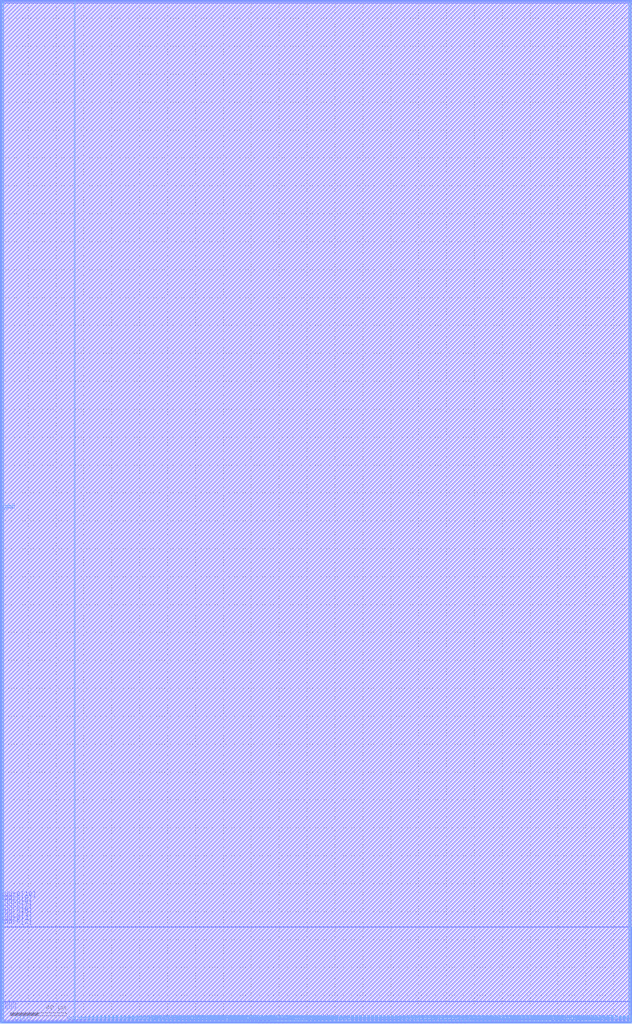
<source format=lef>
VERSION 5.4 ;
NAMESCASESENSITIVE ON ;
BUSBITCHARS "[]" ;
DIVIDERCHAR "/" ;
UNITS
  DATABASE MICRONS 2000 ;
END UNITS
MACRO sram_1024b_2048_1rw_freepdk45_sram_1024x2048_8h
   CLASS BLOCK ;
   SIZE 453.215 BY 733.235 ;
   SYMMETRY X Y R90 ;
   PIN din0[0]
      DIRECTION INPUT ;
      PORT
         LAYER metal4 ;
         RECT  53.3925 0.0 53.5325 0.14 ;
      END
   END din0[0]
   PIN din0[1]
      DIRECTION INPUT ;
      PORT
         LAYER metal4 ;
         RECT  56.2525 0.0 56.3925 0.14 ;
      END
   END din0[1]
   PIN din0[2]
      DIRECTION INPUT ;
      PORT
         LAYER metal4 ;
         RECT  59.1125 0.0 59.2525 0.14 ;
      END
   END din0[2]
   PIN din0[3]
      DIRECTION INPUT ;
      PORT
         LAYER metal4 ;
         RECT  61.9725 0.0 62.1125 0.14 ;
      END
   END din0[3]
   PIN din0[4]
      DIRECTION INPUT ;
      PORT
         LAYER metal4 ;
         RECT  64.8325 0.0 64.9725 0.14 ;
      END
   END din0[4]
   PIN din0[5]
      DIRECTION INPUT ;
      PORT
         LAYER metal4 ;
         RECT  67.6925 0.0 67.8325 0.14 ;
      END
   END din0[5]
   PIN din0[6]
      DIRECTION INPUT ;
      PORT
         LAYER metal4 ;
         RECT  70.5525 0.0 70.6925 0.14 ;
      END
   END din0[6]
   PIN din0[7]
      DIRECTION INPUT ;
      PORT
         LAYER metal4 ;
         RECT  73.4125 0.0 73.5525 0.14 ;
      END
   END din0[7]
   PIN din0[8]
      DIRECTION INPUT ;
      PORT
         LAYER metal4 ;
         RECT  76.2725 0.0 76.4125 0.14 ;
      END
   END din0[8]
   PIN din0[9]
      DIRECTION INPUT ;
      PORT
         LAYER metal4 ;
         RECT  79.1325 0.0 79.2725 0.14 ;
      END
   END din0[9]
   PIN din0[10]
      DIRECTION INPUT ;
      PORT
         LAYER metal4 ;
         RECT  81.9925 0.0 82.1325 0.14 ;
      END
   END din0[10]
   PIN din0[11]
      DIRECTION INPUT ;
      PORT
         LAYER metal4 ;
         RECT  84.8525 0.0 84.9925 0.14 ;
      END
   END din0[11]
   PIN din0[12]
      DIRECTION INPUT ;
      PORT
         LAYER metal4 ;
         RECT  87.7125 0.0 87.8525 0.14 ;
      END
   END din0[12]
   PIN din0[13]
      DIRECTION INPUT ;
      PORT
         LAYER metal4 ;
         RECT  90.5725 0.0 90.7125 0.14 ;
      END
   END din0[13]
   PIN din0[14]
      DIRECTION INPUT ;
      PORT
         LAYER metal4 ;
         RECT  93.4325 0.0 93.5725 0.14 ;
      END
   END din0[14]
   PIN din0[15]
      DIRECTION INPUT ;
      PORT
         LAYER metal4 ;
         RECT  96.2925 0.0 96.4325 0.14 ;
      END
   END din0[15]
   PIN din0[16]
      DIRECTION INPUT ;
      PORT
         LAYER metal4 ;
         RECT  99.1525 0.0 99.2925 0.14 ;
      END
   END din0[16]
   PIN din0[17]
      DIRECTION INPUT ;
      PORT
         LAYER metal4 ;
         RECT  102.0125 0.0 102.1525 0.14 ;
      END
   END din0[17]
   PIN din0[18]
      DIRECTION INPUT ;
      PORT
         LAYER metal4 ;
         RECT  104.8725 0.0 105.0125 0.14 ;
      END
   END din0[18]
   PIN din0[19]
      DIRECTION INPUT ;
      PORT
         LAYER metal4 ;
         RECT  107.7325 0.0 107.8725 0.14 ;
      END
   END din0[19]
   PIN din0[20]
      DIRECTION INPUT ;
      PORT
         LAYER metal4 ;
         RECT  110.5925 0.0 110.7325 0.14 ;
      END
   END din0[20]
   PIN din0[21]
      DIRECTION INPUT ;
      PORT
         LAYER metal4 ;
         RECT  113.4525 0.0 113.5925 0.14 ;
      END
   END din0[21]
   PIN din0[22]
      DIRECTION INPUT ;
      PORT
         LAYER metal4 ;
         RECT  116.3125 0.0 116.4525 0.14 ;
      END
   END din0[22]
   PIN din0[23]
      DIRECTION INPUT ;
      PORT
         LAYER metal4 ;
         RECT  119.1725 0.0 119.3125 0.14 ;
      END
   END din0[23]
   PIN din0[24]
      DIRECTION INPUT ;
      PORT
         LAYER metal4 ;
         RECT  122.0325 0.0 122.1725 0.14 ;
      END
   END din0[24]
   PIN din0[25]
      DIRECTION INPUT ;
      PORT
         LAYER metal4 ;
         RECT  124.8925 0.0 125.0325 0.14 ;
      END
   END din0[25]
   PIN din0[26]
      DIRECTION INPUT ;
      PORT
         LAYER metal4 ;
         RECT  127.7525 0.0 127.8925 0.14 ;
      END
   END din0[26]
   PIN din0[27]
      DIRECTION INPUT ;
      PORT
         LAYER metal4 ;
         RECT  130.6125 0.0 130.7525 0.14 ;
      END
   END din0[27]
   PIN din0[28]
      DIRECTION INPUT ;
      PORT
         LAYER metal4 ;
         RECT  133.4725 0.0 133.6125 0.14 ;
      END
   END din0[28]
   PIN din0[29]
      DIRECTION INPUT ;
      PORT
         LAYER metal4 ;
         RECT  136.3325 0.0 136.4725 0.14 ;
      END
   END din0[29]
   PIN din0[30]
      DIRECTION INPUT ;
      PORT
         LAYER metal4 ;
         RECT  139.1925 0.0 139.3325 0.14 ;
      END
   END din0[30]
   PIN din0[31]
      DIRECTION INPUT ;
      PORT
         LAYER metal4 ;
         RECT  142.0525 0.0 142.1925 0.14 ;
      END
   END din0[31]
   PIN din0[32]
      DIRECTION INPUT ;
      PORT
         LAYER metal4 ;
         RECT  144.9125 0.0 145.0525 0.14 ;
      END
   END din0[32]
   PIN din0[33]
      DIRECTION INPUT ;
      PORT
         LAYER metal4 ;
         RECT  147.7725 0.0 147.9125 0.14 ;
      END
   END din0[33]
   PIN din0[34]
      DIRECTION INPUT ;
      PORT
         LAYER metal4 ;
         RECT  150.6325 0.0 150.7725 0.14 ;
      END
   END din0[34]
   PIN din0[35]
      DIRECTION INPUT ;
      PORT
         LAYER metal4 ;
         RECT  153.4925 0.0 153.6325 0.14 ;
      END
   END din0[35]
   PIN din0[36]
      DIRECTION INPUT ;
      PORT
         LAYER metal4 ;
         RECT  156.3525 0.0 156.4925 0.14 ;
      END
   END din0[36]
   PIN din0[37]
      DIRECTION INPUT ;
      PORT
         LAYER metal4 ;
         RECT  159.2125 0.0 159.3525 0.14 ;
      END
   END din0[37]
   PIN din0[38]
      DIRECTION INPUT ;
      PORT
         LAYER metal4 ;
         RECT  162.0725 0.0 162.2125 0.14 ;
      END
   END din0[38]
   PIN din0[39]
      DIRECTION INPUT ;
      PORT
         LAYER metal4 ;
         RECT  164.9325 0.0 165.0725 0.14 ;
      END
   END din0[39]
   PIN din0[40]
      DIRECTION INPUT ;
      PORT
         LAYER metal4 ;
         RECT  167.7925 0.0 167.9325 0.14 ;
      END
   END din0[40]
   PIN din0[41]
      DIRECTION INPUT ;
      PORT
         LAYER metal4 ;
         RECT  170.6525 0.0 170.7925 0.14 ;
      END
   END din0[41]
   PIN din0[42]
      DIRECTION INPUT ;
      PORT
         LAYER metal4 ;
         RECT  173.5125 0.0 173.6525 0.14 ;
      END
   END din0[42]
   PIN din0[43]
      DIRECTION INPUT ;
      PORT
         LAYER metal4 ;
         RECT  176.3725 0.0 176.5125 0.14 ;
      END
   END din0[43]
   PIN din0[44]
      DIRECTION INPUT ;
      PORT
         LAYER metal4 ;
         RECT  179.2325 0.0 179.3725 0.14 ;
      END
   END din0[44]
   PIN din0[45]
      DIRECTION INPUT ;
      PORT
         LAYER metal4 ;
         RECT  182.0925 0.0 182.2325 0.14 ;
      END
   END din0[45]
   PIN din0[46]
      DIRECTION INPUT ;
      PORT
         LAYER metal4 ;
         RECT  184.9525 0.0 185.0925 0.14 ;
      END
   END din0[46]
   PIN din0[47]
      DIRECTION INPUT ;
      PORT
         LAYER metal4 ;
         RECT  187.8125 0.0 187.9525 0.14 ;
      END
   END din0[47]
   PIN din0[48]
      DIRECTION INPUT ;
      PORT
         LAYER metal4 ;
         RECT  190.6725 0.0 190.8125 0.14 ;
      END
   END din0[48]
   PIN din0[49]
      DIRECTION INPUT ;
      PORT
         LAYER metal4 ;
         RECT  193.5325 0.0 193.6725 0.14 ;
      END
   END din0[49]
   PIN din0[50]
      DIRECTION INPUT ;
      PORT
         LAYER metal4 ;
         RECT  196.3925 0.0 196.5325 0.14 ;
      END
   END din0[50]
   PIN din0[51]
      DIRECTION INPUT ;
      PORT
         LAYER metal4 ;
         RECT  199.2525 0.0 199.3925 0.14 ;
      END
   END din0[51]
   PIN din0[52]
      DIRECTION INPUT ;
      PORT
         LAYER metal4 ;
         RECT  202.1125 0.0 202.2525 0.14 ;
      END
   END din0[52]
   PIN din0[53]
      DIRECTION INPUT ;
      PORT
         LAYER metal4 ;
         RECT  204.9725 0.0 205.1125 0.14 ;
      END
   END din0[53]
   PIN din0[54]
      DIRECTION INPUT ;
      PORT
         LAYER metal4 ;
         RECT  207.8325 0.0 207.9725 0.14 ;
      END
   END din0[54]
   PIN din0[55]
      DIRECTION INPUT ;
      PORT
         LAYER metal4 ;
         RECT  210.6925 0.0 210.8325 0.14 ;
      END
   END din0[55]
   PIN din0[56]
      DIRECTION INPUT ;
      PORT
         LAYER metal4 ;
         RECT  213.5525 0.0 213.6925 0.14 ;
      END
   END din0[56]
   PIN din0[57]
      DIRECTION INPUT ;
      PORT
         LAYER metal4 ;
         RECT  216.4125 0.0 216.5525 0.14 ;
      END
   END din0[57]
   PIN din0[58]
      DIRECTION INPUT ;
      PORT
         LAYER metal4 ;
         RECT  219.2725 0.0 219.4125 0.14 ;
      END
   END din0[58]
   PIN din0[59]
      DIRECTION INPUT ;
      PORT
         LAYER metal4 ;
         RECT  222.1325 0.0 222.2725 0.14 ;
      END
   END din0[59]
   PIN din0[60]
      DIRECTION INPUT ;
      PORT
         LAYER metal4 ;
         RECT  224.9925 0.0 225.1325 0.14 ;
      END
   END din0[60]
   PIN din0[61]
      DIRECTION INPUT ;
      PORT
         LAYER metal4 ;
         RECT  227.8525 0.0 227.9925 0.14 ;
      END
   END din0[61]
   PIN din0[62]
      DIRECTION INPUT ;
      PORT
         LAYER metal4 ;
         RECT  230.7125 0.0 230.8525 0.14 ;
      END
   END din0[62]
   PIN din0[63]
      DIRECTION INPUT ;
      PORT
         LAYER metal4 ;
         RECT  233.5725 0.0 233.7125 0.14 ;
      END
   END din0[63]
   PIN din0[64]
      DIRECTION INPUT ;
      PORT
         LAYER metal4 ;
         RECT  236.4325 0.0 236.5725 0.14 ;
      END
   END din0[64]
   PIN din0[65]
      DIRECTION INPUT ;
      PORT
         LAYER metal4 ;
         RECT  239.2925 0.0 239.4325 0.14 ;
      END
   END din0[65]
   PIN din0[66]
      DIRECTION INPUT ;
      PORT
         LAYER metal4 ;
         RECT  242.1525 0.0 242.2925 0.14 ;
      END
   END din0[66]
   PIN din0[67]
      DIRECTION INPUT ;
      PORT
         LAYER metal4 ;
         RECT  245.0125 0.0 245.1525 0.14 ;
      END
   END din0[67]
   PIN din0[68]
      DIRECTION INPUT ;
      PORT
         LAYER metal4 ;
         RECT  247.8725 0.0 248.0125 0.14 ;
      END
   END din0[68]
   PIN din0[69]
      DIRECTION INPUT ;
      PORT
         LAYER metal4 ;
         RECT  250.7325 0.0 250.8725 0.14 ;
      END
   END din0[69]
   PIN din0[70]
      DIRECTION INPUT ;
      PORT
         LAYER metal4 ;
         RECT  253.5925 0.0 253.7325 0.14 ;
      END
   END din0[70]
   PIN din0[71]
      DIRECTION INPUT ;
      PORT
         LAYER metal4 ;
         RECT  256.4525 0.0 256.5925 0.14 ;
      END
   END din0[71]
   PIN din0[72]
      DIRECTION INPUT ;
      PORT
         LAYER metal4 ;
         RECT  259.3125 0.0 259.4525 0.14 ;
      END
   END din0[72]
   PIN din0[73]
      DIRECTION INPUT ;
      PORT
         LAYER metal4 ;
         RECT  262.1725 0.0 262.3125 0.14 ;
      END
   END din0[73]
   PIN din0[74]
      DIRECTION INPUT ;
      PORT
         LAYER metal4 ;
         RECT  265.0325 0.0 265.1725 0.14 ;
      END
   END din0[74]
   PIN din0[75]
      DIRECTION INPUT ;
      PORT
         LAYER metal4 ;
         RECT  267.8925 0.0 268.0325 0.14 ;
      END
   END din0[75]
   PIN din0[76]
      DIRECTION INPUT ;
      PORT
         LAYER metal4 ;
         RECT  270.7525 0.0 270.8925 0.14 ;
      END
   END din0[76]
   PIN din0[77]
      DIRECTION INPUT ;
      PORT
         LAYER metal4 ;
         RECT  273.6125 0.0 273.7525 0.14 ;
      END
   END din0[77]
   PIN din0[78]
      DIRECTION INPUT ;
      PORT
         LAYER metal4 ;
         RECT  276.4725 0.0 276.6125 0.14 ;
      END
   END din0[78]
   PIN din0[79]
      DIRECTION INPUT ;
      PORT
         LAYER metal4 ;
         RECT  279.3325 0.0 279.4725 0.14 ;
      END
   END din0[79]
   PIN din0[80]
      DIRECTION INPUT ;
      PORT
         LAYER metal4 ;
         RECT  282.1925 0.0 282.3325 0.14 ;
      END
   END din0[80]
   PIN din0[81]
      DIRECTION INPUT ;
      PORT
         LAYER metal4 ;
         RECT  285.0525 0.0 285.1925 0.14 ;
      END
   END din0[81]
   PIN din0[82]
      DIRECTION INPUT ;
      PORT
         LAYER metal4 ;
         RECT  287.9125 0.0 288.0525 0.14 ;
      END
   END din0[82]
   PIN din0[83]
      DIRECTION INPUT ;
      PORT
         LAYER metal4 ;
         RECT  290.7725 0.0 290.9125 0.14 ;
      END
   END din0[83]
   PIN din0[84]
      DIRECTION INPUT ;
      PORT
         LAYER metal4 ;
         RECT  293.6325 0.0 293.7725 0.14 ;
      END
   END din0[84]
   PIN din0[85]
      DIRECTION INPUT ;
      PORT
         LAYER metal4 ;
         RECT  296.4925 0.0 296.6325 0.14 ;
      END
   END din0[85]
   PIN din0[86]
      DIRECTION INPUT ;
      PORT
         LAYER metal4 ;
         RECT  299.3525 0.0 299.4925 0.14 ;
      END
   END din0[86]
   PIN din0[87]
      DIRECTION INPUT ;
      PORT
         LAYER metal4 ;
         RECT  302.2125 0.0 302.3525 0.14 ;
      END
   END din0[87]
   PIN din0[88]
      DIRECTION INPUT ;
      PORT
         LAYER metal4 ;
         RECT  305.0725 0.0 305.2125 0.14 ;
      END
   END din0[88]
   PIN din0[89]
      DIRECTION INPUT ;
      PORT
         LAYER metal4 ;
         RECT  307.9325 0.0 308.0725 0.14 ;
      END
   END din0[89]
   PIN din0[90]
      DIRECTION INPUT ;
      PORT
         LAYER metal4 ;
         RECT  310.7925 0.0 310.9325 0.14 ;
      END
   END din0[90]
   PIN din0[91]
      DIRECTION INPUT ;
      PORT
         LAYER metal4 ;
         RECT  313.6525 0.0 313.7925 0.14 ;
      END
   END din0[91]
   PIN din0[92]
      DIRECTION INPUT ;
      PORT
         LAYER metal4 ;
         RECT  316.5125 0.0 316.6525 0.14 ;
      END
   END din0[92]
   PIN din0[93]
      DIRECTION INPUT ;
      PORT
         LAYER metal4 ;
         RECT  319.3725 0.0 319.5125 0.14 ;
      END
   END din0[93]
   PIN din0[94]
      DIRECTION INPUT ;
      PORT
         LAYER metal4 ;
         RECT  322.2325 0.0 322.3725 0.14 ;
      END
   END din0[94]
   PIN din0[95]
      DIRECTION INPUT ;
      PORT
         LAYER metal4 ;
         RECT  325.0925 0.0 325.2325 0.14 ;
      END
   END din0[95]
   PIN din0[96]
      DIRECTION INPUT ;
      PORT
         LAYER metal4 ;
         RECT  327.9525 0.0 328.0925 0.14 ;
      END
   END din0[96]
   PIN din0[97]
      DIRECTION INPUT ;
      PORT
         LAYER metal4 ;
         RECT  330.8125 0.0 330.9525 0.14 ;
      END
   END din0[97]
   PIN din0[98]
      DIRECTION INPUT ;
      PORT
         LAYER metal4 ;
         RECT  333.6725 0.0 333.8125 0.14 ;
      END
   END din0[98]
   PIN din0[99]
      DIRECTION INPUT ;
      PORT
         LAYER metal4 ;
         RECT  336.5325 0.0 336.6725 0.14 ;
      END
   END din0[99]
   PIN din0[100]
      DIRECTION INPUT ;
      PORT
         LAYER metal4 ;
         RECT  339.3925 0.0 339.5325 0.14 ;
      END
   END din0[100]
   PIN din0[101]
      DIRECTION INPUT ;
      PORT
         LAYER metal4 ;
         RECT  342.2525 0.0 342.3925 0.14 ;
      END
   END din0[101]
   PIN din0[102]
      DIRECTION INPUT ;
      PORT
         LAYER metal4 ;
         RECT  345.1125 0.0 345.2525 0.14 ;
      END
   END din0[102]
   PIN din0[103]
      DIRECTION INPUT ;
      PORT
         LAYER metal4 ;
         RECT  347.9725 0.0 348.1125 0.14 ;
      END
   END din0[103]
   PIN din0[104]
      DIRECTION INPUT ;
      PORT
         LAYER metal4 ;
         RECT  350.8325 0.0 350.9725 0.14 ;
      END
   END din0[104]
   PIN din0[105]
      DIRECTION INPUT ;
      PORT
         LAYER metal4 ;
         RECT  353.6925 0.0 353.8325 0.14 ;
      END
   END din0[105]
   PIN din0[106]
      DIRECTION INPUT ;
      PORT
         LAYER metal4 ;
         RECT  356.5525 0.0 356.6925 0.14 ;
      END
   END din0[106]
   PIN din0[107]
      DIRECTION INPUT ;
      PORT
         LAYER metal4 ;
         RECT  359.4125 0.0 359.5525 0.14 ;
      END
   END din0[107]
   PIN din0[108]
      DIRECTION INPUT ;
      PORT
         LAYER metal4 ;
         RECT  362.2725 0.0 362.4125 0.14 ;
      END
   END din0[108]
   PIN din0[109]
      DIRECTION INPUT ;
      PORT
         LAYER metal4 ;
         RECT  365.1325 0.0 365.2725 0.14 ;
      END
   END din0[109]
   PIN din0[110]
      DIRECTION INPUT ;
      PORT
         LAYER metal4 ;
         RECT  367.9925 0.0 368.1325 0.14 ;
      END
   END din0[110]
   PIN din0[111]
      DIRECTION INPUT ;
      PORT
         LAYER metal4 ;
         RECT  370.8525 0.0 370.9925 0.14 ;
      END
   END din0[111]
   PIN din0[112]
      DIRECTION INPUT ;
      PORT
         LAYER metal4 ;
         RECT  373.7125 0.0 373.8525 0.14 ;
      END
   END din0[112]
   PIN din0[113]
      DIRECTION INPUT ;
      PORT
         LAYER metal4 ;
         RECT  376.5725 0.0 376.7125 0.14 ;
      END
   END din0[113]
   PIN din0[114]
      DIRECTION INPUT ;
      PORT
         LAYER metal4 ;
         RECT  379.4325 0.0 379.5725 0.14 ;
      END
   END din0[114]
   PIN din0[115]
      DIRECTION INPUT ;
      PORT
         LAYER metal4 ;
         RECT  382.2925 0.0 382.4325 0.14 ;
      END
   END din0[115]
   PIN din0[116]
      DIRECTION INPUT ;
      PORT
         LAYER metal4 ;
         RECT  385.1525 0.0 385.2925 0.14 ;
      END
   END din0[116]
   PIN din0[117]
      DIRECTION INPUT ;
      PORT
         LAYER metal4 ;
         RECT  388.0125 0.0 388.1525 0.14 ;
      END
   END din0[117]
   PIN din0[118]
      DIRECTION INPUT ;
      PORT
         LAYER metal4 ;
         RECT  390.8725 0.0 391.0125 0.14 ;
      END
   END din0[118]
   PIN din0[119]
      DIRECTION INPUT ;
      PORT
         LAYER metal4 ;
         RECT  393.7325 0.0 393.8725 0.14 ;
      END
   END din0[119]
   PIN din0[120]
      DIRECTION INPUT ;
      PORT
         LAYER metal4 ;
         RECT  396.5925 0.0 396.7325 0.14 ;
      END
   END din0[120]
   PIN din0[121]
      DIRECTION INPUT ;
      PORT
         LAYER metal4 ;
         RECT  399.4525 0.0 399.5925 0.14 ;
      END
   END din0[121]
   PIN din0[122]
      DIRECTION INPUT ;
      PORT
         LAYER metal4 ;
         RECT  402.3125 0.0 402.4525 0.14 ;
      END
   END din0[122]
   PIN din0[123]
      DIRECTION INPUT ;
      PORT
         LAYER metal4 ;
         RECT  405.1725 0.0 405.3125 0.14 ;
      END
   END din0[123]
   PIN din0[124]
      DIRECTION INPUT ;
      PORT
         LAYER metal4 ;
         RECT  408.0325 0.0 408.1725 0.14 ;
      END
   END din0[124]
   PIN din0[125]
      DIRECTION INPUT ;
      PORT
         LAYER metal4 ;
         RECT  410.8925 0.0 411.0325 0.14 ;
      END
   END din0[125]
   PIN din0[126]
      DIRECTION INPUT ;
      PORT
         LAYER metal4 ;
         RECT  413.7525 0.0 413.8925 0.14 ;
      END
   END din0[126]
   PIN din0[127]
      DIRECTION INPUT ;
      PORT
         LAYER metal4 ;
         RECT  416.6125 0.0 416.7525 0.14 ;
      END
   END din0[127]
   PIN addr0[0]
      DIRECTION INPUT ;
      PORT
         LAYER metal4 ;
         RECT  47.6725 0.0 47.8125 0.14 ;
      END
   END addr0[0]
   PIN addr0[1]
      DIRECTION INPUT ;
      PORT
         LAYER metal4 ;
         RECT  50.5325 0.0 50.6725 0.14 ;
      END
   END addr0[1]
   PIN addr0[2]
      DIRECTION INPUT ;
      PORT
         LAYER metal3 ;
         RECT  0.0 68.9 0.14 69.04 ;
      END
   END addr0[2]
   PIN addr0[3]
      DIRECTION INPUT ;
      PORT
         LAYER metal3 ;
         RECT  0.0 71.63 0.14 71.77 ;
      END
   END addr0[3]
   PIN addr0[4]
      DIRECTION INPUT ;
      PORT
         LAYER metal3 ;
         RECT  0.0 73.84 0.14 73.98 ;
      END
   END addr0[4]
   PIN addr0[5]
      DIRECTION INPUT ;
      PORT
         LAYER metal3 ;
         RECT  0.0 76.57 0.14 76.71 ;
      END
   END addr0[5]
   PIN addr0[6]
      DIRECTION INPUT ;
      PORT
         LAYER metal3 ;
         RECT  0.0 78.78 0.14 78.92 ;
      END
   END addr0[6]
   PIN addr0[7]
      DIRECTION INPUT ;
      PORT
         LAYER metal3 ;
         RECT  0.0 81.51 0.14 81.65 ;
      END
   END addr0[7]
   PIN addr0[8]
      DIRECTION INPUT ;
      PORT
         LAYER metal3 ;
         RECT  0.0 83.72 0.14 83.86 ;
      END
   END addr0[8]
   PIN addr0[9]
      DIRECTION INPUT ;
      PORT
         LAYER metal3 ;
         RECT  0.0 86.45 0.14 86.59 ;
      END
   END addr0[9]
   PIN addr0[10]
      DIRECTION INPUT ;
      PORT
         LAYER metal3 ;
         RECT  0.0 88.66 0.14 88.8 ;
      END
   END addr0[10]
   PIN csb0
      DIRECTION INPUT ;
      PORT
         LAYER metal3 ;
         RECT  0.0 7.8 0.14 7.94 ;
      END
   END csb0
   PIN web0
      DIRECTION INPUT ;
      PORT
         LAYER metal3 ;
         RECT  0.0 10.53 0.14 10.67 ;
      END
   END web0
   PIN clk0
      DIRECTION INPUT ;
      PORT
         LAYER metal4 ;
         RECT  9.84 0.0 9.98 0.14 ;
      END
   END clk0
   PIN dout0[0]
      DIRECTION OUTPUT ;
      PORT
         LAYER metal4 ;
         RECT  86.955 0.0 87.095 0.14 ;
      END
   END dout0[0]
   PIN dout0[1]
      DIRECTION OUTPUT ;
      PORT
         LAYER metal4 ;
         RECT  89.815 0.0 89.955 0.14 ;
      END
   END dout0[1]
   PIN dout0[2]
      DIRECTION OUTPUT ;
      PORT
         LAYER metal4 ;
         RECT  92.675 0.0 92.815 0.14 ;
      END
   END dout0[2]
   PIN dout0[3]
      DIRECTION OUTPUT ;
      PORT
         LAYER metal4 ;
         RECT  95.5225 0.0 95.6625 0.14 ;
      END
   END dout0[3]
   PIN dout0[4]
      DIRECTION OUTPUT ;
      PORT
         LAYER metal4 ;
         RECT  98.3425 0.0 98.4825 0.14 ;
      END
   END dout0[4]
   PIN dout0[5]
      DIRECTION OUTPUT ;
      PORT
         LAYER metal4 ;
         RECT  101.255 0.0 101.395 0.14 ;
      END
   END dout0[5]
   PIN dout0[6]
      DIRECTION OUTPUT ;
      PORT
         LAYER metal4 ;
         RECT  104.115 0.0 104.255 0.14 ;
      END
   END dout0[6]
   PIN dout0[7]
      DIRECTION OUTPUT ;
      PORT
         LAYER metal4 ;
         RECT  106.975 0.0 107.115 0.14 ;
      END
   END dout0[7]
   PIN dout0[8]
      DIRECTION OUTPUT ;
      PORT
         LAYER metal4 ;
         RECT  109.835 0.0 109.975 0.14 ;
      END
   END dout0[8]
   PIN dout0[9]
      DIRECTION OUTPUT ;
      PORT
         LAYER metal4 ;
         RECT  112.6775 0.0 112.8175 0.14 ;
      END
   END dout0[9]
   PIN dout0[10]
      DIRECTION OUTPUT ;
      PORT
         LAYER metal4 ;
         RECT  115.4975 0.0 115.6375 0.14 ;
      END
   END dout0[10]
   PIN dout0[11]
      DIRECTION OUTPUT ;
      PORT
         LAYER metal4 ;
         RECT  118.3175 0.0 118.4575 0.14 ;
      END
   END dout0[11]
   PIN dout0[12]
      DIRECTION OUTPUT ;
      PORT
         LAYER metal4 ;
         RECT  121.1375 0.0 121.2775 0.14 ;
      END
   END dout0[12]
   PIN dout0[13]
      DIRECTION OUTPUT ;
      PORT
         LAYER metal4 ;
         RECT  123.9575 0.0 124.0975 0.14 ;
      END
   END dout0[13]
   PIN dout0[14]
      DIRECTION OUTPUT ;
      PORT
         LAYER metal4 ;
         RECT  126.7775 0.0 126.9175 0.14 ;
      END
   END dout0[14]
   PIN dout0[15]
      DIRECTION OUTPUT ;
      PORT
         LAYER metal4 ;
         RECT  129.5975 0.0 129.7375 0.14 ;
      END
   END dout0[15]
   PIN dout0[16]
      DIRECTION OUTPUT ;
      PORT
         LAYER metal4 ;
         RECT  132.4175 0.0 132.5575 0.14 ;
      END
   END dout0[16]
   PIN dout0[17]
      DIRECTION OUTPUT ;
      PORT
         LAYER metal4 ;
         RECT  135.2375 0.0 135.3775 0.14 ;
      END
   END dout0[17]
   PIN dout0[18]
      DIRECTION OUTPUT ;
      PORT
         LAYER metal4 ;
         RECT  138.0575 0.0 138.1975 0.14 ;
      END
   END dout0[18]
   PIN dout0[19]
      DIRECTION OUTPUT ;
      PORT
         LAYER metal4 ;
         RECT  140.8775 0.0 141.0175 0.14 ;
      END
   END dout0[19]
   PIN dout0[20]
      DIRECTION OUTPUT ;
      PORT
         LAYER metal4 ;
         RECT  143.6975 0.0 143.8375 0.14 ;
      END
   END dout0[20]
   PIN dout0[21]
      DIRECTION OUTPUT ;
      PORT
         LAYER metal4 ;
         RECT  146.5175 0.0 146.6575 0.14 ;
      END
   END dout0[21]
   PIN dout0[22]
      DIRECTION OUTPUT ;
      PORT
         LAYER metal4 ;
         RECT  149.3375 0.0 149.4775 0.14 ;
      END
   END dout0[22]
   PIN dout0[23]
      DIRECTION OUTPUT ;
      PORT
         LAYER metal4 ;
         RECT  152.1575 0.0 152.2975 0.14 ;
      END
   END dout0[23]
   PIN dout0[24]
      DIRECTION OUTPUT ;
      PORT
         LAYER metal4 ;
         RECT  154.9775 0.0 155.1175 0.14 ;
      END
   END dout0[24]
   PIN dout0[25]
      DIRECTION OUTPUT ;
      PORT
         LAYER metal4 ;
         RECT  157.7975 0.0 157.9375 0.14 ;
      END
   END dout0[25]
   PIN dout0[26]
      DIRECTION OUTPUT ;
      PORT
         LAYER metal4 ;
         RECT  160.6175 0.0 160.7575 0.14 ;
      END
   END dout0[26]
   PIN dout0[27]
      DIRECTION OUTPUT ;
      PORT
         LAYER metal4 ;
         RECT  163.4375 0.0 163.5775 0.14 ;
      END
   END dout0[27]
   PIN dout0[28]
      DIRECTION OUTPUT ;
      PORT
         LAYER metal4 ;
         RECT  166.2575 0.0 166.3975 0.14 ;
      END
   END dout0[28]
   PIN dout0[29]
      DIRECTION OUTPUT ;
      PORT
         LAYER metal4 ;
         RECT  169.0775 0.0 169.2175 0.14 ;
      END
   END dout0[29]
   PIN dout0[30]
      DIRECTION OUTPUT ;
      PORT
         LAYER metal4 ;
         RECT  171.8975 0.0 172.0375 0.14 ;
      END
   END dout0[30]
   PIN dout0[31]
      DIRECTION OUTPUT ;
      PORT
         LAYER metal4 ;
         RECT  174.7175 0.0 174.8575 0.14 ;
      END
   END dout0[31]
   PIN dout0[32]
      DIRECTION OUTPUT ;
      PORT
         LAYER metal4 ;
         RECT  177.5375 0.0 177.6775 0.14 ;
      END
   END dout0[32]
   PIN dout0[33]
      DIRECTION OUTPUT ;
      PORT
         LAYER metal4 ;
         RECT  180.3575 0.0 180.4975 0.14 ;
      END
   END dout0[33]
   PIN dout0[34]
      DIRECTION OUTPUT ;
      PORT
         LAYER metal4 ;
         RECT  183.1775 0.0 183.3175 0.14 ;
      END
   END dout0[34]
   PIN dout0[35]
      DIRECTION OUTPUT ;
      PORT
         LAYER metal4 ;
         RECT  185.9975 0.0 186.1375 0.14 ;
      END
   END dout0[35]
   PIN dout0[36]
      DIRECTION OUTPUT ;
      PORT
         LAYER metal4 ;
         RECT  188.8175 0.0 188.9575 0.14 ;
      END
   END dout0[36]
   PIN dout0[37]
      DIRECTION OUTPUT ;
      PORT
         LAYER metal4 ;
         RECT  191.6375 0.0 191.7775 0.14 ;
      END
   END dout0[37]
   PIN dout0[38]
      DIRECTION OUTPUT ;
      PORT
         LAYER metal4 ;
         RECT  194.4575 0.0 194.5975 0.14 ;
      END
   END dout0[38]
   PIN dout0[39]
      DIRECTION OUTPUT ;
      PORT
         LAYER metal4 ;
         RECT  197.2775 0.0 197.4175 0.14 ;
      END
   END dout0[39]
   PIN dout0[40]
      DIRECTION OUTPUT ;
      PORT
         LAYER metal4 ;
         RECT  200.0975 0.0 200.2375 0.14 ;
      END
   END dout0[40]
   PIN dout0[41]
      DIRECTION OUTPUT ;
      PORT
         LAYER metal4 ;
         RECT  202.9175 0.0 203.0575 0.14 ;
      END
   END dout0[41]
   PIN dout0[42]
      DIRECTION OUTPUT ;
      PORT
         LAYER metal4 ;
         RECT  205.7375 0.0 205.8775 0.14 ;
      END
   END dout0[42]
   PIN dout0[43]
      DIRECTION OUTPUT ;
      PORT
         LAYER metal4 ;
         RECT  208.5575 0.0 208.6975 0.14 ;
      END
   END dout0[43]
   PIN dout0[44]
      DIRECTION OUTPUT ;
      PORT
         LAYER metal4 ;
         RECT  211.3775 0.0 211.5175 0.14 ;
      END
   END dout0[44]
   PIN dout0[45]
      DIRECTION OUTPUT ;
      PORT
         LAYER metal4 ;
         RECT  214.1975 0.0 214.3375 0.14 ;
      END
   END dout0[45]
   PIN dout0[46]
      DIRECTION OUTPUT ;
      PORT
         LAYER metal4 ;
         RECT  217.0175 0.0 217.1575 0.14 ;
      END
   END dout0[46]
   PIN dout0[47]
      DIRECTION OUTPUT ;
      PORT
         LAYER metal4 ;
         RECT  219.8375 0.0 219.9775 0.14 ;
      END
   END dout0[47]
   PIN dout0[48]
      DIRECTION OUTPUT ;
      PORT
         LAYER metal4 ;
         RECT  222.6575 0.0 222.7975 0.14 ;
      END
   END dout0[48]
   PIN dout0[49]
      DIRECTION OUTPUT ;
      PORT
         LAYER metal4 ;
         RECT  225.4775 0.0 225.6175 0.14 ;
      END
   END dout0[49]
   PIN dout0[50]
      DIRECTION OUTPUT ;
      PORT
         LAYER metal4 ;
         RECT  228.2975 0.0 228.4375 0.14 ;
      END
   END dout0[50]
   PIN dout0[51]
      DIRECTION OUTPUT ;
      PORT
         LAYER metal4 ;
         RECT  231.1175 0.0 231.2575 0.14 ;
      END
   END dout0[51]
   PIN dout0[52]
      DIRECTION OUTPUT ;
      PORT
         LAYER metal4 ;
         RECT  233.9375 0.0 234.0775 0.14 ;
      END
   END dout0[52]
   PIN dout0[53]
      DIRECTION OUTPUT ;
      PORT
         LAYER metal4 ;
         RECT  236.7575 0.0 236.8975 0.14 ;
      END
   END dout0[53]
   PIN dout0[54]
      DIRECTION OUTPUT ;
      PORT
         LAYER metal4 ;
         RECT  239.5775 0.0 239.7175 0.14 ;
      END
   END dout0[54]
   PIN dout0[55]
      DIRECTION OUTPUT ;
      PORT
         LAYER metal4 ;
         RECT  242.4375 0.0 242.5775 0.14 ;
      END
   END dout0[55]
   PIN dout0[56]
      DIRECTION OUTPUT ;
      PORT
         LAYER metal4 ;
         RECT  245.2975 0.0 245.4375 0.14 ;
      END
   END dout0[56]
   PIN dout0[57]
      DIRECTION OUTPUT ;
      PORT
         LAYER metal4 ;
         RECT  248.1575 0.0 248.2975 0.14 ;
      END
   END dout0[57]
   PIN dout0[58]
      DIRECTION OUTPUT ;
      PORT
         LAYER metal4 ;
         RECT  251.0175 0.0 251.1575 0.14 ;
      END
   END dout0[58]
   PIN dout0[59]
      DIRECTION OUTPUT ;
      PORT
         LAYER metal4 ;
         RECT  253.8775 0.0 254.0175 0.14 ;
      END
   END dout0[59]
   PIN dout0[60]
      DIRECTION OUTPUT ;
      PORT
         LAYER metal4 ;
         RECT  256.7375 0.0 256.8775 0.14 ;
      END
   END dout0[60]
   PIN dout0[61]
      DIRECTION OUTPUT ;
      PORT
         LAYER metal4 ;
         RECT  259.5975 0.0 259.7375 0.14 ;
      END
   END dout0[61]
   PIN dout0[62]
      DIRECTION OUTPUT ;
      PORT
         LAYER metal4 ;
         RECT  262.4575 0.0 262.5975 0.14 ;
      END
   END dout0[62]
   PIN dout0[63]
      DIRECTION OUTPUT ;
      PORT
         LAYER metal4 ;
         RECT  265.53 0.0 265.67 0.14 ;
      END
   END dout0[63]
   PIN dout0[64]
      DIRECTION OUTPUT ;
      PORT
         LAYER metal4 ;
         RECT  268.35 0.0 268.49 0.14 ;
      END
   END dout0[64]
   PIN dout0[65]
      DIRECTION OUTPUT ;
      PORT
         LAYER metal4 ;
         RECT  271.17 0.0 271.31 0.14 ;
      END
   END dout0[65]
   PIN dout0[66]
      DIRECTION OUTPUT ;
      PORT
         LAYER metal4 ;
         RECT  272.855 0.0 272.995 0.14 ;
      END
   END dout0[66]
   PIN dout0[67]
      DIRECTION OUTPUT ;
      PORT
         LAYER metal4 ;
         RECT  275.715 0.0 275.855 0.14 ;
      END
   END dout0[67]
   PIN dout0[68]
      DIRECTION OUTPUT ;
      PORT
         LAYER metal4 ;
         RECT  278.575 0.0 278.715 0.14 ;
      END
   END dout0[68]
   PIN dout0[69]
      DIRECTION OUTPUT ;
      PORT
         LAYER metal4 ;
         RECT  281.435 0.0 281.575 0.14 ;
      END
   END dout0[69]
   PIN dout0[70]
      DIRECTION OUTPUT ;
      PORT
         LAYER metal4 ;
         RECT  284.295 0.0 284.435 0.14 ;
      END
   END dout0[70]
   PIN dout0[71]
      DIRECTION OUTPUT ;
      PORT
         LAYER metal4 ;
         RECT  287.155 0.0 287.295 0.14 ;
      END
   END dout0[71]
   PIN dout0[72]
      DIRECTION OUTPUT ;
      PORT
         LAYER metal4 ;
         RECT  290.015 0.0 290.155 0.14 ;
      END
   END dout0[72]
   PIN dout0[73]
      DIRECTION OUTPUT ;
      PORT
         LAYER metal4 ;
         RECT  292.875 0.0 293.015 0.14 ;
      END
   END dout0[73]
   PIN dout0[74]
      DIRECTION OUTPUT ;
      PORT
         LAYER metal4 ;
         RECT  295.735 0.0 295.875 0.14 ;
      END
   END dout0[74]
   PIN dout0[75]
      DIRECTION OUTPUT ;
      PORT
         LAYER metal4 ;
         RECT  298.5625 0.0 298.7025 0.14 ;
      END
   END dout0[75]
   PIN dout0[76]
      DIRECTION OUTPUT ;
      PORT
         LAYER metal4 ;
         RECT  301.3825 0.0 301.5225 0.14 ;
      END
   END dout0[76]
   PIN dout0[77]
      DIRECTION OUTPUT ;
      PORT
         LAYER metal4 ;
         RECT  304.315 0.0 304.455 0.14 ;
      END
   END dout0[77]
   PIN dout0[78]
      DIRECTION OUTPUT ;
      PORT
         LAYER metal4 ;
         RECT  307.175 0.0 307.315 0.14 ;
      END
   END dout0[78]
   PIN dout0[79]
      DIRECTION OUTPUT ;
      PORT
         LAYER metal4 ;
         RECT  310.035 0.0 310.175 0.14 ;
      END
   END dout0[79]
   PIN dout0[80]
      DIRECTION OUTPUT ;
      PORT
         LAYER metal4 ;
         RECT  312.895 0.0 313.035 0.14 ;
      END
   END dout0[80]
   PIN dout0[81]
      DIRECTION OUTPUT ;
      PORT
         LAYER metal4 ;
         RECT  315.7175 0.0 315.8575 0.14 ;
      END
   END dout0[81]
   PIN dout0[82]
      DIRECTION OUTPUT ;
      PORT
         LAYER metal4 ;
         RECT  318.5375 0.0 318.6775 0.14 ;
      END
   END dout0[82]
   PIN dout0[83]
      DIRECTION OUTPUT ;
      PORT
         LAYER metal4 ;
         RECT  321.3575 0.0 321.4975 0.14 ;
      END
   END dout0[83]
   PIN dout0[84]
      DIRECTION OUTPUT ;
      PORT
         LAYER metal4 ;
         RECT  324.1775 0.0 324.3175 0.14 ;
      END
   END dout0[84]
   PIN dout0[85]
      DIRECTION OUTPUT ;
      PORT
         LAYER metal4 ;
         RECT  326.9975 0.0 327.1375 0.14 ;
      END
   END dout0[85]
   PIN dout0[86]
      DIRECTION OUTPUT ;
      PORT
         LAYER metal4 ;
         RECT  329.8175 0.0 329.9575 0.14 ;
      END
   END dout0[86]
   PIN dout0[87]
      DIRECTION OUTPUT ;
      PORT
         LAYER metal4 ;
         RECT  332.6375 0.0 332.7775 0.14 ;
      END
   END dout0[87]
   PIN dout0[88]
      DIRECTION OUTPUT ;
      PORT
         LAYER metal4 ;
         RECT  335.4575 0.0 335.5975 0.14 ;
      END
   END dout0[88]
   PIN dout0[89]
      DIRECTION OUTPUT ;
      PORT
         LAYER metal4 ;
         RECT  338.2775 0.0 338.4175 0.14 ;
      END
   END dout0[89]
   PIN dout0[90]
      DIRECTION OUTPUT ;
      PORT
         LAYER metal4 ;
         RECT  341.0975 0.0 341.2375 0.14 ;
      END
   END dout0[90]
   PIN dout0[91]
      DIRECTION OUTPUT ;
      PORT
         LAYER metal4 ;
         RECT  343.9175 0.0 344.0575 0.14 ;
      END
   END dout0[91]
   PIN dout0[92]
      DIRECTION OUTPUT ;
      PORT
         LAYER metal4 ;
         RECT  346.7375 0.0 346.8775 0.14 ;
      END
   END dout0[92]
   PIN dout0[93]
      DIRECTION OUTPUT ;
      PORT
         LAYER metal4 ;
         RECT  349.5575 0.0 349.6975 0.14 ;
      END
   END dout0[93]
   PIN dout0[94]
      DIRECTION OUTPUT ;
      PORT
         LAYER metal4 ;
         RECT  352.3775 0.0 352.5175 0.14 ;
      END
   END dout0[94]
   PIN dout0[95]
      DIRECTION OUTPUT ;
      PORT
         LAYER metal4 ;
         RECT  355.1975 0.0 355.3375 0.14 ;
      END
   END dout0[95]
   PIN dout0[96]
      DIRECTION OUTPUT ;
      PORT
         LAYER metal4 ;
         RECT  358.0175 0.0 358.1575 0.14 ;
      END
   END dout0[96]
   PIN dout0[97]
      DIRECTION OUTPUT ;
      PORT
         LAYER metal4 ;
         RECT  360.8375 0.0 360.9775 0.14 ;
      END
   END dout0[97]
   PIN dout0[98]
      DIRECTION OUTPUT ;
      PORT
         LAYER metal4 ;
         RECT  363.6575 0.0 363.7975 0.14 ;
      END
   END dout0[98]
   PIN dout0[99]
      DIRECTION OUTPUT ;
      PORT
         LAYER metal4 ;
         RECT  366.4775 0.0 366.6175 0.14 ;
      END
   END dout0[99]
   PIN dout0[100]
      DIRECTION OUTPUT ;
      PORT
         LAYER metal4 ;
         RECT  369.2975 0.0 369.4375 0.14 ;
      END
   END dout0[100]
   PIN dout0[101]
      DIRECTION OUTPUT ;
      PORT
         LAYER metal4 ;
         RECT  372.1175 0.0 372.2575 0.14 ;
      END
   END dout0[101]
   PIN dout0[102]
      DIRECTION OUTPUT ;
      PORT
         LAYER metal4 ;
         RECT  374.9375 0.0 375.0775 0.14 ;
      END
   END dout0[102]
   PIN dout0[103]
      DIRECTION OUTPUT ;
      PORT
         LAYER metal4 ;
         RECT  377.7575 0.0 377.8975 0.14 ;
      END
   END dout0[103]
   PIN dout0[104]
      DIRECTION OUTPUT ;
      PORT
         LAYER metal4 ;
         RECT  380.5775 0.0 380.7175 0.14 ;
      END
   END dout0[104]
   PIN dout0[105]
      DIRECTION OUTPUT ;
      PORT
         LAYER metal4 ;
         RECT  383.3975 0.0 383.5375 0.14 ;
      END
   END dout0[105]
   PIN dout0[106]
      DIRECTION OUTPUT ;
      PORT
         LAYER metal4 ;
         RECT  386.2175 0.0 386.3575 0.14 ;
      END
   END dout0[106]
   PIN dout0[107]
      DIRECTION OUTPUT ;
      PORT
         LAYER metal4 ;
         RECT  389.0375 0.0 389.1775 0.14 ;
      END
   END dout0[107]
   PIN dout0[108]
      DIRECTION OUTPUT ;
      PORT
         LAYER metal4 ;
         RECT  391.8575 0.0 391.9975 0.14 ;
      END
   END dout0[108]
   PIN dout0[109]
      DIRECTION OUTPUT ;
      PORT
         LAYER metal4 ;
         RECT  394.6775 0.0 394.8175 0.14 ;
      END
   END dout0[109]
   PIN dout0[110]
      DIRECTION OUTPUT ;
      PORT
         LAYER metal4 ;
         RECT  397.4975 0.0 397.6375 0.14 ;
      END
   END dout0[110]
   PIN dout0[111]
      DIRECTION OUTPUT ;
      PORT
         LAYER metal4 ;
         RECT  400.3175 0.0 400.4575 0.14 ;
      END
   END dout0[111]
   PIN dout0[112]
      DIRECTION OUTPUT ;
      PORT
         LAYER metal4 ;
         RECT  403.1375 0.0 403.2775 0.14 ;
      END
   END dout0[112]
   PIN dout0[113]
      DIRECTION OUTPUT ;
      PORT
         LAYER metal4 ;
         RECT  405.9575 0.0 406.0975 0.14 ;
      END
   END dout0[113]
   PIN dout0[114]
      DIRECTION OUTPUT ;
      PORT
         LAYER metal4 ;
         RECT  408.7775 0.0 408.9175 0.14 ;
      END
   END dout0[114]
   PIN dout0[115]
      DIRECTION OUTPUT ;
      PORT
         LAYER metal4 ;
         RECT  411.5975 0.0 411.7375 0.14 ;
      END
   END dout0[115]
   PIN dout0[116]
      DIRECTION OUTPUT ;
      PORT
         LAYER metal4 ;
         RECT  414.4175 0.0 414.5575 0.14 ;
      END
   END dout0[116]
   PIN dout0[117]
      DIRECTION OUTPUT ;
      PORT
         LAYER metal4 ;
         RECT  417.2375 0.0 417.3775 0.14 ;
      END
   END dout0[117]
   PIN dout0[118]
      DIRECTION OUTPUT ;
      PORT
         LAYER metal4 ;
         RECT  420.0575 0.0 420.1975 0.14 ;
      END
   END dout0[118]
   PIN dout0[119]
      DIRECTION OUTPUT ;
      PORT
         LAYER metal4 ;
         RECT  422.8775 0.0 423.0175 0.14 ;
      END
   END dout0[119]
   PIN dout0[120]
      DIRECTION OUTPUT ;
      PORT
         LAYER metal4 ;
         RECT  425.6975 0.0 425.8375 0.14 ;
      END
   END dout0[120]
   PIN dout0[121]
      DIRECTION OUTPUT ;
      PORT
         LAYER metal4 ;
         RECT  428.5175 0.0 428.6575 0.14 ;
      END
   END dout0[121]
   PIN dout0[122]
      DIRECTION OUTPUT ;
      PORT
         LAYER metal4 ;
         RECT  431.3375 0.0 431.4775 0.14 ;
      END
   END dout0[122]
   PIN dout0[123]
      DIRECTION OUTPUT ;
      PORT
         LAYER metal4 ;
         RECT  434.1575 0.0 434.2975 0.14 ;
      END
   END dout0[123]
   PIN dout0[124]
      DIRECTION OUTPUT ;
      PORT
         LAYER metal4 ;
         RECT  436.9775 0.0 437.1175 0.14 ;
      END
   END dout0[124]
   PIN dout0[125]
      DIRECTION OUTPUT ;
      PORT
         LAYER metal3 ;
         RECT  453.075 15.4925 453.215 15.6325 ;
      END
   END dout0[125]
   PIN dout0[126]
      DIRECTION OUTPUT ;
      PORT
         LAYER metal3 ;
         RECT  453.075 15.9625 453.215 16.1025 ;
      END
   END dout0[126]
   PIN dout0[127]
      DIRECTION OUTPUT ;
      PORT
         LAYER metal3 ;
         RECT  453.075 15.7275 453.215 15.8675 ;
      END
   END dout0[127]
   PIN vdd
      DIRECTION INOUT ;
      USE POWER ; 
      SHAPE ABUTMENT ; 
      PORT
         LAYER metal3 ;
         RECT  0.0 732.535 453.215 733.235 ;
         LAYER metal4 ;
         RECT  452.515 0.0 453.215 733.235 ;
         LAYER metal4 ;
         RECT  0.0 0.0 0.7 733.235 ;
         LAYER metal3 ;
         RECT  0.0 0.0 453.215 0.7 ;
      END
   END vdd
   PIN gnd
      DIRECTION INOUT ;
      USE GROUND ; 
      SHAPE ABUTMENT ; 
      PORT
         LAYER metal4 ;
         RECT  451.115 1.4 451.815 731.835 ;
         LAYER metal4 ;
         RECT  1.4 1.4 2.1 731.835 ;
         LAYER metal3 ;
         RECT  1.4 1.4 451.815 2.1 ;
         LAYER metal3 ;
         RECT  1.4 731.135 451.815 731.835 ;
      END
   END gnd
   OBS
   LAYER  metal1 ;
      RECT  0.14 0.14 453.075 733.095 ;
   LAYER  metal2 ;
      RECT  0.14 0.14 453.075 733.095 ;
   LAYER  metal3 ;
      RECT  0.28 68.76 453.075 69.18 ;
      RECT  0.14 69.18 0.28 71.49 ;
      RECT  0.14 71.91 0.28 73.7 ;
      RECT  0.14 74.12 0.28 76.43 ;
      RECT  0.14 76.85 0.28 78.64 ;
      RECT  0.14 79.06 0.28 81.37 ;
      RECT  0.14 81.79 0.28 83.58 ;
      RECT  0.14 84.0 0.28 86.31 ;
      RECT  0.14 86.73 0.28 88.52 ;
      RECT  0.14 8.08 0.28 10.39 ;
      RECT  0.14 10.81 0.28 68.76 ;
      RECT  0.28 15.3525 452.935 15.7725 ;
      RECT  0.28 15.7725 452.935 68.76 ;
      RECT  452.935 16.2425 453.075 68.76 ;
      RECT  0.14 88.94 0.28 732.395 ;
      RECT  0.14 0.84 0.28 7.66 ;
      RECT  452.935 0.84 453.075 15.3525 ;
      RECT  0.28 0.84 1.26 1.26 ;
      RECT  0.28 1.26 1.26 2.24 ;
      RECT  0.28 2.24 1.26 15.3525 ;
      RECT  1.26 0.84 451.955 1.26 ;
      RECT  1.26 2.24 451.955 15.3525 ;
      RECT  451.955 0.84 452.935 1.26 ;
      RECT  451.955 1.26 452.935 2.24 ;
      RECT  451.955 2.24 452.935 15.3525 ;
      RECT  0.28 69.18 1.26 730.995 ;
      RECT  0.28 730.995 1.26 731.975 ;
      RECT  0.28 731.975 1.26 732.395 ;
      RECT  1.26 69.18 451.955 730.995 ;
      RECT  1.26 731.975 451.955 732.395 ;
      RECT  451.955 69.18 453.075 730.995 ;
      RECT  451.955 730.995 453.075 731.975 ;
      RECT  451.955 731.975 453.075 732.395 ;
   LAYER  metal4 ;
      RECT  53.1125 0.42 53.8125 733.095 ;
      RECT  53.8125 0.14 55.9725 0.42 ;
      RECT  56.6725 0.14 58.8325 0.42 ;
      RECT  59.5325 0.14 61.6925 0.42 ;
      RECT  62.3925 0.14 64.5525 0.42 ;
      RECT  65.2525 0.14 67.4125 0.42 ;
      RECT  68.1125 0.14 70.2725 0.42 ;
      RECT  70.9725 0.14 73.1325 0.42 ;
      RECT  73.8325 0.14 75.9925 0.42 ;
      RECT  76.6925 0.14 78.8525 0.42 ;
      RECT  79.5525 0.14 81.7125 0.42 ;
      RECT  82.4125 0.14 84.5725 0.42 ;
      RECT  48.0925 0.14 50.2525 0.42 ;
      RECT  50.9525 0.14 53.1125 0.42 ;
      RECT  10.26 0.14 47.3925 0.42 ;
      RECT  85.2725 0.14 86.675 0.42 ;
      RECT  87.375 0.14 87.4325 0.42 ;
      RECT  88.1325 0.14 89.535 0.42 ;
      RECT  90.235 0.14 90.2925 0.42 ;
      RECT  90.9925 0.14 92.395 0.42 ;
      RECT  93.095 0.14 93.1525 0.42 ;
      RECT  93.8525 0.14 95.2425 0.42 ;
      RECT  95.9425 0.14 96.0125 0.42 ;
      RECT  96.7125 0.14 98.0625 0.42 ;
      RECT  98.7625 0.14 98.8725 0.42 ;
      RECT  99.5725 0.14 100.975 0.42 ;
      RECT  101.675 0.14 101.7325 0.42 ;
      RECT  102.4325 0.14 103.835 0.42 ;
      RECT  104.535 0.14 104.5925 0.42 ;
      RECT  105.2925 0.14 106.695 0.42 ;
      RECT  107.395 0.14 107.4525 0.42 ;
      RECT  108.1525 0.14 109.555 0.42 ;
      RECT  110.255 0.14 110.3125 0.42 ;
      RECT  111.0125 0.14 112.3975 0.42 ;
      RECT  113.0975 0.14 113.1725 0.42 ;
      RECT  113.8725 0.14 115.2175 0.42 ;
      RECT  115.9175 0.14 116.0325 0.42 ;
      RECT  116.7325 0.14 118.0375 0.42 ;
      RECT  118.7375 0.14 118.8925 0.42 ;
      RECT  119.5925 0.14 120.8575 0.42 ;
      RECT  121.5575 0.14 121.7525 0.42 ;
      RECT  122.4525 0.14 123.6775 0.42 ;
      RECT  124.3775 0.14 124.6125 0.42 ;
      RECT  125.3125 0.14 126.4975 0.42 ;
      RECT  127.1975 0.14 127.4725 0.42 ;
      RECT  128.1725 0.14 129.3175 0.42 ;
      RECT  130.0175 0.14 130.3325 0.42 ;
      RECT  131.0325 0.14 132.1375 0.42 ;
      RECT  132.8375 0.14 133.1925 0.42 ;
      RECT  133.8925 0.14 134.9575 0.42 ;
      RECT  135.6575 0.14 136.0525 0.42 ;
      RECT  136.7525 0.14 137.7775 0.42 ;
      RECT  138.4775 0.14 138.9125 0.42 ;
      RECT  139.6125 0.14 140.5975 0.42 ;
      RECT  141.2975 0.14 141.7725 0.42 ;
      RECT  142.4725 0.14 143.4175 0.42 ;
      RECT  144.1175 0.14 144.6325 0.42 ;
      RECT  145.3325 0.14 146.2375 0.42 ;
      RECT  146.9375 0.14 147.4925 0.42 ;
      RECT  148.1925 0.14 149.0575 0.42 ;
      RECT  149.7575 0.14 150.3525 0.42 ;
      RECT  151.0525 0.14 151.8775 0.42 ;
      RECT  152.5775 0.14 153.2125 0.42 ;
      RECT  153.9125 0.14 154.6975 0.42 ;
      RECT  155.3975 0.14 156.0725 0.42 ;
      RECT  156.7725 0.14 157.5175 0.42 ;
      RECT  158.2175 0.14 158.9325 0.42 ;
      RECT  159.6325 0.14 160.3375 0.42 ;
      RECT  161.0375 0.14 161.7925 0.42 ;
      RECT  162.4925 0.14 163.1575 0.42 ;
      RECT  163.8575 0.14 164.6525 0.42 ;
      RECT  165.3525 0.14 165.9775 0.42 ;
      RECT  166.6775 0.14 167.5125 0.42 ;
      RECT  168.2125 0.14 168.7975 0.42 ;
      RECT  169.4975 0.14 170.3725 0.42 ;
      RECT  171.0725 0.14 171.6175 0.42 ;
      RECT  172.3175 0.14 173.2325 0.42 ;
      RECT  173.9325 0.14 174.4375 0.42 ;
      RECT  175.1375 0.14 176.0925 0.42 ;
      RECT  176.7925 0.14 177.2575 0.42 ;
      RECT  177.9575 0.14 178.9525 0.42 ;
      RECT  179.6525 0.14 180.0775 0.42 ;
      RECT  180.7775 0.14 181.8125 0.42 ;
      RECT  182.5125 0.14 182.8975 0.42 ;
      RECT  183.5975 0.14 184.6725 0.42 ;
      RECT  185.3725 0.14 185.7175 0.42 ;
      RECT  186.4175 0.14 187.5325 0.42 ;
      RECT  188.2325 0.14 188.5375 0.42 ;
      RECT  189.2375 0.14 190.3925 0.42 ;
      RECT  191.0925 0.14 191.3575 0.42 ;
      RECT  192.0575 0.14 193.2525 0.42 ;
      RECT  193.9525 0.14 194.1775 0.42 ;
      RECT  194.8775 0.14 196.1125 0.42 ;
      RECT  196.8125 0.14 196.9975 0.42 ;
      RECT  197.6975 0.14 198.9725 0.42 ;
      RECT  199.6725 0.14 199.8175 0.42 ;
      RECT  200.5175 0.14 201.8325 0.42 ;
      RECT  202.5325 0.14 202.6375 0.42 ;
      RECT  203.3375 0.14 204.6925 0.42 ;
      RECT  205.3925 0.14 205.4575 0.42 ;
      RECT  206.1575 0.14 207.5525 0.42 ;
      RECT  208.2525 0.14 208.2775 0.42 ;
      RECT  208.9775 0.14 210.4125 0.42 ;
      RECT  211.7975 0.14 213.2725 0.42 ;
      RECT  214.6175 0.14 216.1325 0.42 ;
      RECT  217.4375 0.14 218.9925 0.42 ;
      RECT  220.2575 0.14 221.8525 0.42 ;
      RECT  223.0775 0.14 224.7125 0.42 ;
      RECT  225.8975 0.14 227.5725 0.42 ;
      RECT  228.7175 0.14 230.4325 0.42 ;
      RECT  231.5375 0.14 233.2925 0.42 ;
      RECT  234.3575 0.14 236.1525 0.42 ;
      RECT  237.1775 0.14 239.0125 0.42 ;
      RECT  239.9975 0.14 241.8725 0.42 ;
      RECT  242.8575 0.14 244.7325 0.42 ;
      RECT  245.7175 0.14 247.5925 0.42 ;
      RECT  248.5775 0.14 250.4525 0.42 ;
      RECT  251.4375 0.14 253.3125 0.42 ;
      RECT  254.2975 0.14 256.1725 0.42 ;
      RECT  257.1575 0.14 259.0325 0.42 ;
      RECT  260.0175 0.14 261.8925 0.42 ;
      RECT  262.8775 0.14 264.7525 0.42 ;
      RECT  265.95 0.14 267.6125 0.42 ;
      RECT  268.77 0.14 270.4725 0.42 ;
      RECT  271.59 0.14 272.575 0.42 ;
      RECT  273.275 0.14 273.3325 0.42 ;
      RECT  274.0325 0.14 275.435 0.42 ;
      RECT  276.135 0.14 276.1925 0.42 ;
      RECT  276.8925 0.14 278.295 0.42 ;
      RECT  278.995 0.14 279.0525 0.42 ;
      RECT  279.7525 0.14 281.155 0.42 ;
      RECT  281.855 0.14 281.9125 0.42 ;
      RECT  282.6125 0.14 284.015 0.42 ;
      RECT  284.715 0.14 284.7725 0.42 ;
      RECT  285.4725 0.14 286.875 0.42 ;
      RECT  287.575 0.14 287.6325 0.42 ;
      RECT  288.3325 0.14 289.735 0.42 ;
      RECT  290.435 0.14 290.4925 0.42 ;
      RECT  291.1925 0.14 292.595 0.42 ;
      RECT  293.295 0.14 293.3525 0.42 ;
      RECT  294.0525 0.14 295.455 0.42 ;
      RECT  296.155 0.14 296.2125 0.42 ;
      RECT  296.9125 0.14 298.2825 0.42 ;
      RECT  298.9825 0.14 299.0725 0.42 ;
      RECT  299.7725 0.14 301.1025 0.42 ;
      RECT  301.8025 0.14 301.9325 0.42 ;
      RECT  302.6325 0.14 304.035 0.42 ;
      RECT  304.735 0.14 304.7925 0.42 ;
      RECT  305.4925 0.14 306.895 0.42 ;
      RECT  307.595 0.14 307.6525 0.42 ;
      RECT  308.3525 0.14 309.755 0.42 ;
      RECT  310.455 0.14 310.5125 0.42 ;
      RECT  311.2125 0.14 312.615 0.42 ;
      RECT  313.315 0.14 313.3725 0.42 ;
      RECT  314.0725 0.14 315.4375 0.42 ;
      RECT  316.1375 0.14 316.2325 0.42 ;
      RECT  316.9325 0.14 318.2575 0.42 ;
      RECT  318.9575 0.14 319.0925 0.42 ;
      RECT  319.7925 0.14 321.0775 0.42 ;
      RECT  321.7775 0.14 321.9525 0.42 ;
      RECT  322.6525 0.14 323.8975 0.42 ;
      RECT  324.5975 0.14 324.8125 0.42 ;
      RECT  325.5125 0.14 326.7175 0.42 ;
      RECT  327.4175 0.14 327.6725 0.42 ;
      RECT  328.3725 0.14 329.5375 0.42 ;
      RECT  330.2375 0.14 330.5325 0.42 ;
      RECT  331.2325 0.14 332.3575 0.42 ;
      RECT  333.0575 0.14 333.3925 0.42 ;
      RECT  334.0925 0.14 335.1775 0.42 ;
      RECT  335.8775 0.14 336.2525 0.42 ;
      RECT  336.9525 0.14 337.9975 0.42 ;
      RECT  338.6975 0.14 339.1125 0.42 ;
      RECT  339.8125 0.14 340.8175 0.42 ;
      RECT  341.5175 0.14 341.9725 0.42 ;
      RECT  342.6725 0.14 343.6375 0.42 ;
      RECT  344.3375 0.14 344.8325 0.42 ;
      RECT  345.5325 0.14 346.4575 0.42 ;
      RECT  347.1575 0.14 347.6925 0.42 ;
      RECT  348.3925 0.14 349.2775 0.42 ;
      RECT  349.9775 0.14 350.5525 0.42 ;
      RECT  351.2525 0.14 352.0975 0.42 ;
      RECT  352.7975 0.14 353.4125 0.42 ;
      RECT  354.1125 0.14 354.9175 0.42 ;
      RECT  355.6175 0.14 356.2725 0.42 ;
      RECT  356.9725 0.14 357.7375 0.42 ;
      RECT  358.4375 0.14 359.1325 0.42 ;
      RECT  359.8325 0.14 360.5575 0.42 ;
      RECT  361.2575 0.14 361.9925 0.42 ;
      RECT  362.6925 0.14 363.3775 0.42 ;
      RECT  364.0775 0.14 364.8525 0.42 ;
      RECT  365.5525 0.14 366.1975 0.42 ;
      RECT  366.8975 0.14 367.7125 0.42 ;
      RECT  368.4125 0.14 369.0175 0.42 ;
      RECT  369.7175 0.14 370.5725 0.42 ;
      RECT  371.2725 0.14 371.8375 0.42 ;
      RECT  372.5375 0.14 373.4325 0.42 ;
      RECT  374.1325 0.14 374.6575 0.42 ;
      RECT  375.3575 0.14 376.2925 0.42 ;
      RECT  376.9925 0.14 377.4775 0.42 ;
      RECT  378.1775 0.14 379.1525 0.42 ;
      RECT  379.8525 0.14 380.2975 0.42 ;
      RECT  380.9975 0.14 382.0125 0.42 ;
      RECT  382.7125 0.14 383.1175 0.42 ;
      RECT  383.8175 0.14 384.8725 0.42 ;
      RECT  385.5725 0.14 385.9375 0.42 ;
      RECT  386.6375 0.14 387.7325 0.42 ;
      RECT  388.4325 0.14 388.7575 0.42 ;
      RECT  389.4575 0.14 390.5925 0.42 ;
      RECT  391.2925 0.14 391.5775 0.42 ;
      RECT  392.2775 0.14 393.4525 0.42 ;
      RECT  394.1525 0.14 394.3975 0.42 ;
      RECT  395.0975 0.14 396.3125 0.42 ;
      RECT  397.0125 0.14 397.2175 0.42 ;
      RECT  397.9175 0.14 399.1725 0.42 ;
      RECT  399.8725 0.14 400.0375 0.42 ;
      RECT  400.7375 0.14 402.0325 0.42 ;
      RECT  402.7325 0.14 402.8575 0.42 ;
      RECT  403.5575 0.14 404.8925 0.42 ;
      RECT  405.5925 0.14 405.6775 0.42 ;
      RECT  406.3775 0.14 407.7525 0.42 ;
      RECT  408.4525 0.14 408.4975 0.42 ;
      RECT  409.1975 0.14 410.6125 0.42 ;
      RECT  411.3125 0.14 411.3175 0.42 ;
      RECT  412.0175 0.14 413.4725 0.42 ;
      RECT  414.8375 0.14 416.3325 0.42 ;
      RECT  417.6575 0.14 419.7775 0.42 ;
      RECT  420.4775 0.14 422.5975 0.42 ;
      RECT  423.2975 0.14 425.4175 0.42 ;
      RECT  426.1175 0.14 428.2375 0.42 ;
      RECT  428.9375 0.14 431.0575 0.42 ;
      RECT  431.7575 0.14 433.8775 0.42 ;
      RECT  434.5775 0.14 436.6975 0.42 ;
      RECT  437.3975 0.14 452.235 0.42 ;
      RECT  0.98 0.14 9.56 0.42 ;
      RECT  53.8125 0.42 450.835 1.12 ;
      RECT  53.8125 1.12 450.835 732.115 ;
      RECT  53.8125 732.115 450.835 733.095 ;
      RECT  450.835 0.42 452.095 1.12 ;
      RECT  450.835 732.115 452.095 733.095 ;
      RECT  452.095 0.42 452.235 1.12 ;
      RECT  452.095 1.12 452.235 732.115 ;
      RECT  452.095 732.115 452.235 733.095 ;
      RECT  0.98 0.42 1.12 1.12 ;
      RECT  0.98 1.12 1.12 732.115 ;
      RECT  0.98 732.115 1.12 733.095 ;
      RECT  1.12 0.42 2.38 1.12 ;
      RECT  1.12 732.115 2.38 733.095 ;
      RECT  2.38 0.42 53.1125 1.12 ;
      RECT  2.38 1.12 53.1125 732.115 ;
      RECT  2.38 732.115 53.1125 733.095 ;
   END
END    sram_1024b_2048_1rw_freepdk45_sram_1024x2048_8h
END    LIBRARY

</source>
